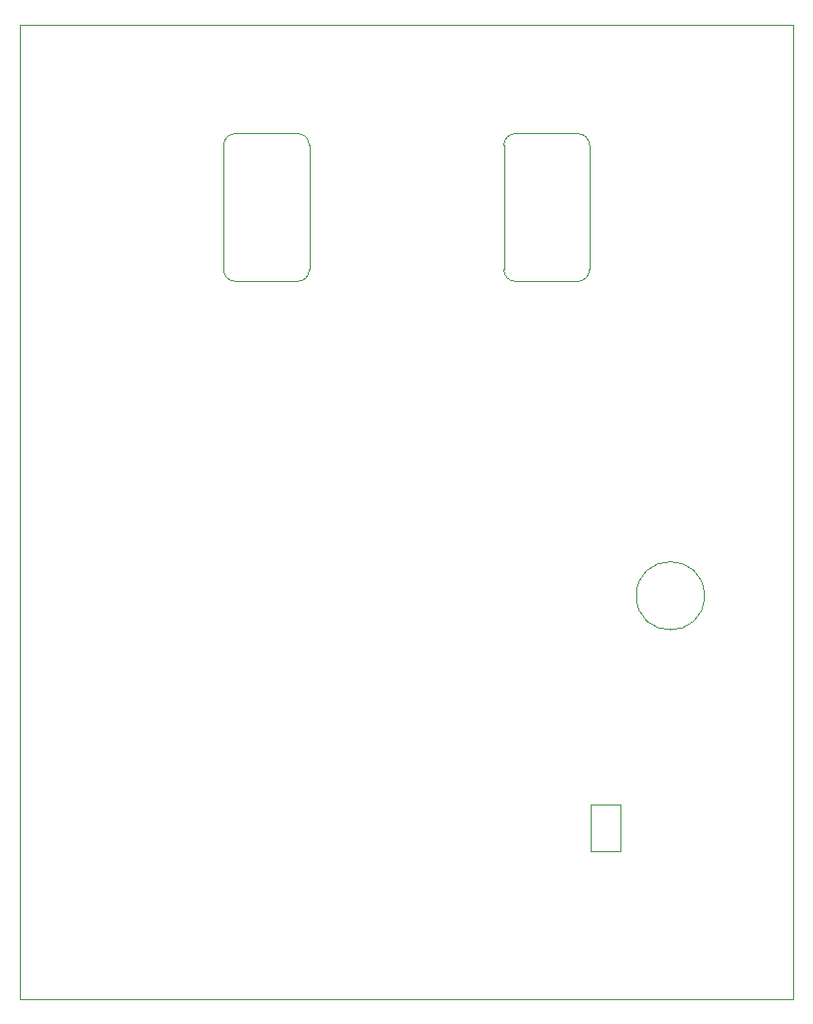
<source format=gm1>
%TF.GenerationSoftware,KiCad,Pcbnew,(6.0.0-0)*%
%TF.CreationDate,2022-06-01T09:02:52+02:00*%
%TF.ProjectId,Zumo_PiZero,5a756d6f-5f50-4695-9a65-726f2e6b6963,rev?*%
%TF.SameCoordinates,Original*%
%TF.FileFunction,Profile,NP*%
%FSLAX46Y46*%
G04 Gerber Fmt 4.6, Leading zero omitted, Abs format (unit mm)*
G04 Created by KiCad (PCBNEW (6.0.0-0)) date 2022-06-01 09:02:52*
%MOMM*%
%LPD*%
G01*
G04 APERTURE LIST*
%TA.AperFunction,Profile*%
%ADD10C,0.050000*%
%TD*%
%TA.AperFunction,Profile*%
%ADD11C,0.100000*%
%TD*%
G04 APERTURE END LIST*
D10*
X103701000Y-81900000D02*
G75*
G03*
X104701000Y-80900000I-3J1000003D01*
G01*
D11*
X131200000Y-130495000D02*
X128700000Y-130495000D01*
X128700000Y-130495000D02*
X128700000Y-126495000D01*
X128700000Y-126495000D02*
X131200000Y-126495000D01*
X131200000Y-126495000D02*
X131200000Y-130495000D01*
D10*
X122299000Y-81900000D02*
X127599000Y-81900000D01*
X122299000Y-69300000D02*
G75*
G03*
X121299000Y-70300000I3J-1000003D01*
G01*
X103701000Y-69300000D02*
X98401000Y-69300000D01*
X104701000Y-80900000D02*
X104701000Y-70300000D01*
X128599000Y-80900000D02*
X128599000Y-70300000D01*
X97401000Y-80900000D02*
G75*
G03*
X98401000Y-81900000I1000003J3D01*
G01*
X80000000Y-143100000D02*
X80000000Y-60000000D01*
X104701000Y-70300000D02*
G75*
G03*
X103701000Y-69300000I-1000003J-3D01*
G01*
D11*
X138400000Y-108700000D02*
G75*
G03*
X138400000Y-108700000I-2900000J0D01*
G01*
D10*
X128599000Y-70300000D02*
G75*
G03*
X127599000Y-69300000I-1000003J-3D01*
G01*
X122299000Y-69300000D02*
X127599000Y-69300000D01*
X121299000Y-80900000D02*
G75*
G03*
X122299000Y-81900000I1000003J3D01*
G01*
X98401000Y-69300000D02*
G75*
G03*
X97401000Y-70300000I3J-1000003D01*
G01*
X146000000Y-143100000D02*
X80000000Y-143100000D01*
X121299000Y-70300000D02*
X121299000Y-80900000D01*
X146000000Y-60000000D02*
X146000000Y-143100000D01*
X97401000Y-70300000D02*
X97401000Y-80900000D01*
X98401000Y-81900000D02*
X103701000Y-81900000D01*
X127599000Y-81900000D02*
G75*
G03*
X128599000Y-80900000I-3J1000003D01*
G01*
X80000000Y-60000000D02*
X146000000Y-60000000D01*
M02*

</source>
